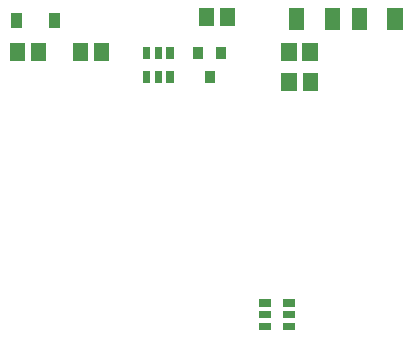
<source format=gbr>
G04 start of page 9 for group -4015 idx -4015 *
G04 Title: (unknown), toppaste *
G04 Creator: pcb 20110918 *
G04 CreationDate: Tue 05 Feb 2013 02:58:17 AM GMT UTC *
G04 For: railfan *
G04 Format: Gerber/RS-274X *
G04 PCB-Dimensions: 170000 120000 *
G04 PCB-Coordinate-Origin: lower left *
%MOIN*%
%FSLAX25Y25*%
%LNTOPPASTE*%
%ADD72R,0.0240X0.0240*%
%ADD71R,0.0360X0.0360*%
%ADD70R,0.0340X0.0340*%
%ADD69R,0.0512X0.0512*%
G54D69*X63000Y103393D02*Y102607D01*
X55914Y103393D02*Y102607D01*
G54D70*X102900Y103000D02*Y102400D01*
X95100Y103000D02*Y102400D01*
X99000Y94800D02*Y94200D01*
G54D71*X47400Y114100D02*Y112900D01*
X34500Y114100D02*Y112900D01*
G54D72*X78000Y95300D02*Y93700D01*
X81900Y95300D02*Y93700D01*
X85800Y95300D02*Y93700D01*
Y103500D02*Y101900D01*
X81900Y103500D02*Y101900D01*
X78000Y103500D02*Y101900D01*
G54D69*X149000Y115181D02*Y112819D01*
X160810Y115181D02*Y112819D01*
X42043Y103393D02*Y102607D01*
X34957Y103393D02*Y102607D01*
X105043Y114893D02*Y114107D01*
X97957Y114893D02*Y114107D01*
X132586Y93393D02*Y92607D01*
X125500Y93393D02*Y92607D01*
X132500Y103393D02*Y102607D01*
X125414Y103393D02*Y102607D01*
X139862Y115181D02*Y112819D01*
X128052Y115181D02*Y112819D01*
G54D72*X124700Y11500D02*X126300D01*
X124700Y15400D02*X126300D01*
X124700Y19300D02*X126300D01*
X116500D02*X118100D01*
X116500Y15400D02*X118100D01*
X116500Y11500D02*X118100D01*
M02*

</source>
